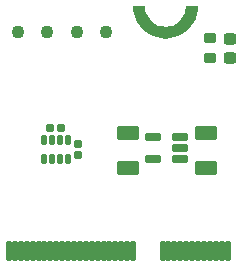
<source format=gbr>
%TF.GenerationSoftware,KiCad,Pcbnew,9.0.0*%
%TF.CreationDate,2025-05-22T16:16:50+04:00*%
%TF.ProjectId,02_02_sensor_barometer (DPS310XTSA1),30325f30-325f-4736-956e-736f725f6261,rev?*%
%TF.SameCoordinates,Original*%
%TF.FileFunction,Soldermask,Top*%
%TF.FilePolarity,Negative*%
%FSLAX46Y46*%
G04 Gerber Fmt 4.6, Leading zero omitted, Abs format (unit mm)*
G04 Created by KiCad (PCBNEW 9.0.0) date 2025-05-22 16:16:50*
%MOMM*%
%LPD*%
G01*
G04 APERTURE LIST*
G04 Aperture macros list*
%AMRoundRect*
0 Rectangle with rounded corners*
0 $1 Rounding radius*
0 $2 $3 $4 $5 $6 $7 $8 $9 X,Y pos of 4 corners*
0 Add a 4 corners polygon primitive as box body*
4,1,4,$2,$3,$4,$5,$6,$7,$8,$9,$2,$3,0*
0 Add four circle primitives for the rounded corners*
1,1,$1+$1,$2,$3*
1,1,$1+$1,$4,$5*
1,1,$1+$1,$6,$7*
1,1,$1+$1,$8,$9*
0 Add four rect primitives between the rounded corners*
20,1,$1+$1,$2,$3,$4,$5,0*
20,1,$1+$1,$4,$5,$6,$7,0*
20,1,$1+$1,$6,$7,$8,$9,0*
20,1,$1+$1,$8,$9,$2,$3,0*%
G04 Aperture macros list end*
%ADD10C,0.000000*%
%ADD11RoundRect,0.101600X0.175000X0.725000X-0.175000X0.725000X-0.175000X-0.725000X0.175000X-0.725000X0*%
%ADD12C,0.657200*%
%ADD13RoundRect,0.243750X-0.281250X0.243750X-0.281250X-0.243750X0.281250X-0.243750X0.281250X0.243750X0*%
%ADD14C,1.100000*%
%ADD15RoundRect,0.271739X0.678261X-0.353261X0.678261X0.353261X-0.678261X0.353261X-0.678261X-0.353261X0*%
%ADD16RoundRect,0.225000X-0.300000X0.225000X-0.300000X-0.225000X0.300000X-0.225000X0.300000X0.225000X0*%
%ADD17RoundRect,0.165000X-0.195000X0.165000X-0.195000X-0.165000X0.195000X-0.165000X0.195000X0.165000X0*%
%ADD18RoundRect,0.050000X-0.175260X0.350012X-0.175260X-0.350012X0.175260X-0.350012X0.175260X0.350012X0*%
%ADD19RoundRect,0.165000X-0.165000X-0.195000X0.165000X-0.195000X0.165000X0.195000X-0.165000X0.195000X0*%
%ADD20RoundRect,0.175000X0.537500X0.175000X-0.537500X0.175000X-0.537500X-0.175000X0.537500X-0.175000X0*%
G04 APERTURE END LIST*
D10*
%TO.C,J1*%
G36*
X150777686Y-92669501D02*
G01*
X150856638Y-92964152D01*
X150985556Y-93240617D01*
X151160522Y-93490495D01*
X151376222Y-93706195D01*
X151626100Y-93881161D01*
X151902565Y-94010079D01*
X152197216Y-94089031D01*
X152501100Y-94115617D01*
X152804984Y-94089031D01*
X153099635Y-94010079D01*
X153376100Y-93881161D01*
X153625978Y-93706195D01*
X153841678Y-93490495D01*
X154016644Y-93240617D01*
X154145562Y-92964152D01*
X154251100Y-92365617D01*
X155251100Y-92365617D01*
X155227573Y-92724564D01*
X155157396Y-93077369D01*
X155041769Y-93417996D01*
X154882670Y-93740617D01*
X154682822Y-94039711D01*
X154445644Y-94310161D01*
X154175194Y-94547339D01*
X153876100Y-94747187D01*
X153553479Y-94906286D01*
X153212852Y-95021913D01*
X152501100Y-95115617D01*
X152142153Y-95092090D01*
X151789348Y-95021913D01*
X151448721Y-94906286D01*
X151126100Y-94747187D01*
X150827006Y-94547339D01*
X150556556Y-94310161D01*
X150319378Y-94039711D01*
X150119530Y-93740617D01*
X149960431Y-93417996D01*
X149844804Y-93077369D01*
X149774627Y-92724564D01*
X149751100Y-92365617D01*
X150751100Y-92365617D01*
X150777686Y-92669501D01*
G37*
%TD*%
D11*
%TO.C,J1*%
X157751100Y-113090617D03*
X157251100Y-113090617D03*
X156751100Y-113090617D03*
X156251100Y-113090617D03*
X155751100Y-113090617D03*
X155251100Y-113090617D03*
X154751100Y-113090617D03*
X154251100Y-113090617D03*
X153751100Y-113090617D03*
X153251100Y-113090617D03*
X152751100Y-113090617D03*
X152251100Y-113090617D03*
X149751100Y-113090617D03*
X149251100Y-113090617D03*
X148751100Y-113090617D03*
X148251100Y-113090617D03*
X147751100Y-113090617D03*
X147251100Y-113090617D03*
X146751100Y-113090617D03*
X146251100Y-113090617D03*
X145751100Y-113090617D03*
X145251100Y-113090617D03*
X144751100Y-113090617D03*
X144251100Y-113090617D03*
X143751100Y-113090617D03*
X143251100Y-113090617D03*
X142751100Y-113090617D03*
X142251100Y-113090617D03*
X141751100Y-113090617D03*
X141251100Y-113090617D03*
X140751100Y-113090617D03*
X140251100Y-113090617D03*
X139751100Y-113090617D03*
X139251100Y-113090617D03*
D12*
X150401100Y-93365617D03*
X152501100Y-94665617D03*
X154601100Y-93365617D03*
%TD*%
D13*
%TO.C,D1*%
X157975000Y-95150000D03*
X157975000Y-96725000D03*
%TD*%
D14*
%TO.C,CS1*%
X140000000Y-94600000D03*
%TD*%
D15*
%TO.C,C3*%
X155900000Y-106075000D03*
X155900000Y-103125000D03*
%TD*%
%TO.C,C4*%
X149300000Y-106075000D03*
X149300000Y-103125000D03*
%TD*%
D16*
%TO.C,R1*%
X156300000Y-95100000D03*
X156300000Y-96750000D03*
%TD*%
D14*
%TO.C,MISO*%
X147500000Y-94600000D03*
%TD*%
D17*
%TO.C,C2*%
X145110643Y-104020102D03*
X145110643Y-104980102D03*
%TD*%
D14*
%TO.C,MOSI1*%
X142500000Y-94600000D03*
%TD*%
D18*
%TO.C,U3*%
X144210643Y-105300204D03*
X143560402Y-105300204D03*
X142900000Y-105300204D03*
X142249759Y-105300204D03*
X142249759Y-103700000D03*
X142900000Y-103700000D03*
X143560402Y-103700000D03*
X144210643Y-103700000D03*
%TD*%
D19*
%TO.C,C1*%
X142730643Y-102700102D03*
X143690643Y-102700102D03*
%TD*%
D14*
%TO.C,SCK1*%
X145000000Y-94600000D03*
%TD*%
D20*
%TO.C,U2*%
X153737500Y-105350000D03*
X153737500Y-104400000D03*
X153737500Y-103450000D03*
X151462500Y-103450000D03*
X151462500Y-105350000D03*
%TD*%
M02*

</source>
